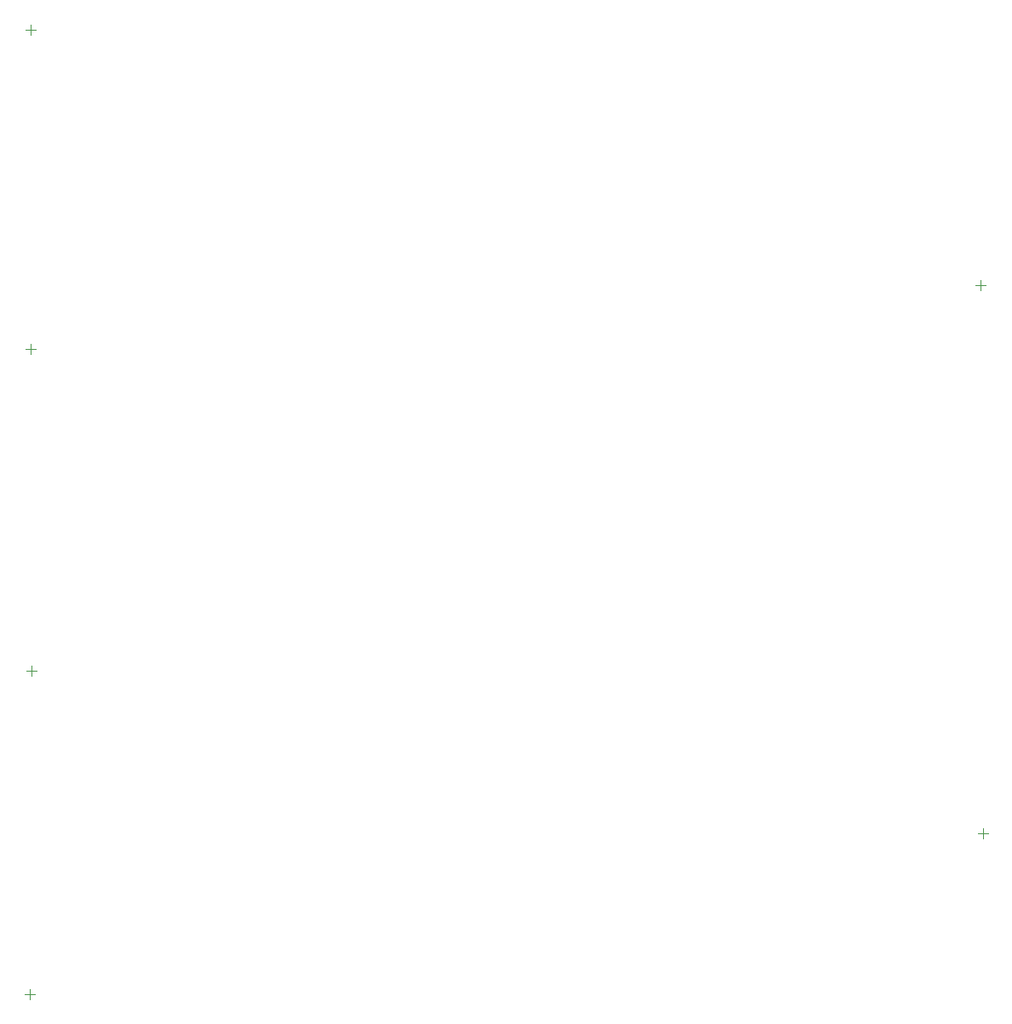
<source format=gbr>
%TF.GenerationSoftware,Altium Limited,Altium Designer,21.6.4 (81)*%
G04 Layer_Color=16711935*
%FSLAX43Y43*%
%MOMM*%
%TF.SameCoordinates,95A2699C-722C-4572-8EE5-7BEA9F810E30*%
%TF.FilePolarity,Positive*%
%TF.FileFunction,Other,Top_Component_Center*%
%TF.Part,Single*%
G01*
G75*
%TA.AperFunction,NonConductor*%
%ADD137C,0.100*%
D137*
X-111321Y116723D02*
X-110321D01*
X-110821Y116223D02*
Y117223D01*
X-111321Y84923D02*
X-110321D01*
X-110821Y84423D02*
Y85423D01*
X-111448Y20788D02*
X-110448D01*
X-110948Y20288D02*
Y21288D01*
X-16129Y36284D02*
Y37284D01*
X-16629Y36784D02*
X-15629D01*
X-16383Y90773D02*
Y91773D01*
X-16883Y91273D02*
X-15883D01*
X-111294Y52919D02*
X-110294D01*
X-110794Y52419D02*
Y53419D01*
%TF.MD5,6f4f5239b86d012f437b11ed1e98ab1a*%
M02*

</source>
